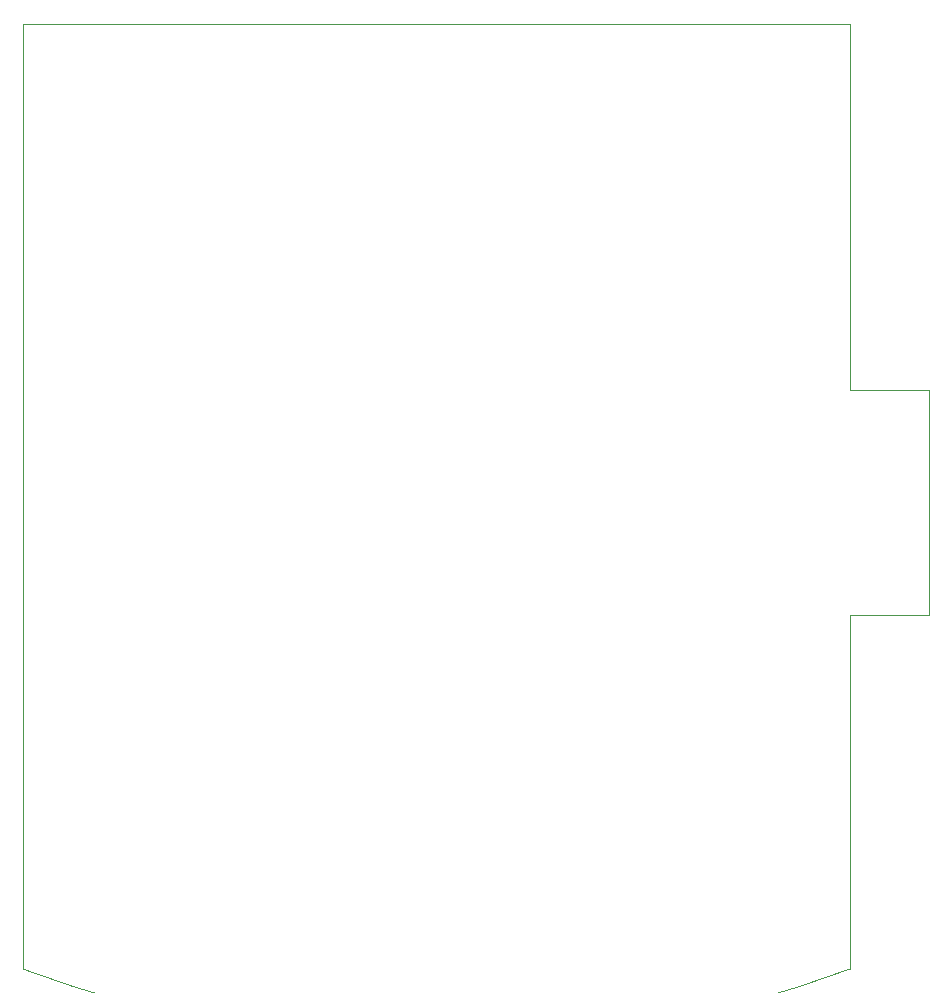
<source format=gm1>
G04 #@! TF.GenerationSoftware,KiCad,Pcbnew,9.0.2*
G04 #@! TF.CreationDate,2025-09-19T19:59:59+02:00*
G04 #@! TF.ProjectId,LumiCtrl,4c756d69-4374-4726-9c2e-6b696361645f,rev?*
G04 #@! TF.SameCoordinates,Original*
G04 #@! TF.FileFunction,Profile,NP*
%FSLAX46Y46*%
G04 Gerber Fmt 4.6, Leading zero omitted, Abs format (unit mm)*
G04 Created by KiCad (PCBNEW 9.0.2) date 2025-09-19 19:59:59*
%MOMM*%
%LPD*%
G01*
G04 APERTURE LIST*
G04 #@! TA.AperFunction,Profile*
%ADD10C,0.050000*%
G04 #@! TD*
G04 APERTURE END LIST*
D10*
X190000000Y-130000000D02*
X190000000Y-100000000D01*
X120000000Y-50000000D02*
X190000000Y-50000000D01*
X190000000Y-100000000D02*
X196670000Y-100000000D01*
X190000000Y-81000000D02*
X196670000Y-81000000D01*
X120000000Y-129999999D02*
X120000000Y-50000000D01*
X196670000Y-81000000D02*
X196670000Y-100000000D01*
X190000000Y-81000000D02*
X190000000Y-50000000D01*
X190000000Y-130000000D02*
G75*
G02*
X120000000Y-130000000I-35000000J93600005D01*
G01*
M02*

</source>
